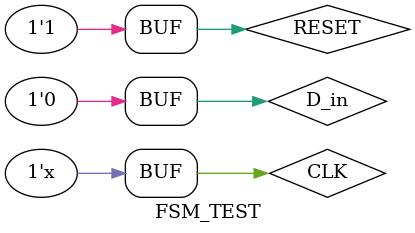
<source format=v>
`timescale 1ns / 1ps


module FSM_TEST;

	// Inputs
	reg D_in;
	reg RESET;
	reg CLK;

	// Outputs
	wire REM;

	// Instantiate the Unit Under Test (UUT)
	FSM_3 uut (
		.D_in(D_in), 
		.RESET(RESET), 
		.CLK(CLK), 
		.REM(REM)
	);

	initial begin
		// Initialize Inputs
		RESET = 1;
		CLK = 0;
		D_in = 0;

		// Wait 100 ns for global reset to finish
		#100;
        
		RESET = 0;
		D_in = 1;
		#200
		D_in = 0;
		#40;
		D_in = 1;
		#20
	   RESET = 1;
		#30
		D_in = 1;
		#40
		D_in = 0;
		// Add stimulus here

	end
	
	always begin
		#13
		CLK = ~CLK;
	end
      
endmodule


</source>
